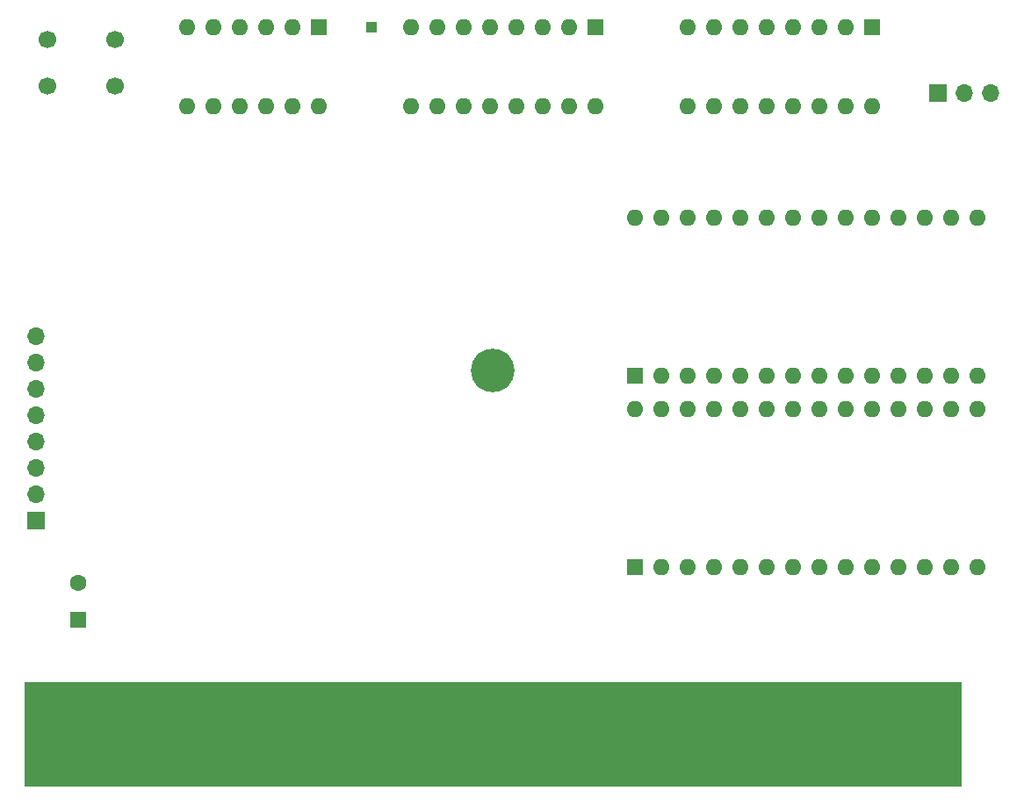
<source format=gbr>
%TF.GenerationSoftware,KiCad,Pcbnew,(5.1.10)-1*%
%TF.CreationDate,2022-08-23T18:53:09-04:00*%
%TF.ProjectId,VIC20HyperExpanderSMDRev2,56494332-3048-4797-9065-72457870616e,2*%
%TF.SameCoordinates,Original*%
%TF.FileFunction,Soldermask,Bot*%
%TF.FilePolarity,Negative*%
%FSLAX46Y46*%
G04 Gerber Fmt 4.6, Leading zero omitted, Abs format (unit mm)*
G04 Created by KiCad (PCBNEW (5.1.10)-1) date 2022-08-23 18:53:09*
%MOMM*%
%LPD*%
G01*
G04 APERTURE LIST*
%ADD10C,0.100000*%
%ADD11O,1.600000X1.600000*%
%ADD12R,1.600000X1.600000*%
%ADD13R,2.250000X9.500000*%
%ADD14C,4.200000*%
%ADD15C,1.600000*%
%ADD16R,1.700000X1.700000*%
%ADD17O,1.700000X1.700000*%
%ADD18R,1.000000X1.000000*%
%ADD19C,1.700000*%
G04 APERTURE END LIST*
D10*
%TO.C,X1*%
G36*
X92314000Y-123947000D02*
G01*
X182514000Y-123947000D01*
X182514000Y-113997000D01*
X92314000Y-113997000D01*
X92314000Y-123947000D01*
G37*
X92314000Y-123947000D02*
X182514000Y-123947000D01*
X182514000Y-113997000D01*
X92314000Y-113997000D01*
X92314000Y-123947000D01*
%TD*%
D11*
%TO.C,IC3*%
X151130000Y-87630000D03*
X184150000Y-102870000D03*
X153670000Y-87630000D03*
X181610000Y-102870000D03*
X156210000Y-87630000D03*
X179070000Y-102870000D03*
X158750000Y-87630000D03*
X176530000Y-102870000D03*
X161290000Y-87630000D03*
X173990000Y-102870000D03*
X163830000Y-87630000D03*
X171450000Y-102870000D03*
X166370000Y-87630000D03*
X168910000Y-102870000D03*
X168910000Y-87630000D03*
X166370000Y-102870000D03*
X171450000Y-87630000D03*
X163830000Y-102870000D03*
X173990000Y-87630000D03*
X161290000Y-102870000D03*
X176530000Y-87630000D03*
X158750000Y-102870000D03*
X179070000Y-87630000D03*
X156210000Y-102870000D03*
X181610000Y-87630000D03*
X153670000Y-102870000D03*
X184150000Y-87630000D03*
D12*
X151130000Y-102870000D03*
%TD*%
D11*
%TO.C,IC2*%
X151130000Y-69215000D03*
X184150000Y-84455000D03*
X153670000Y-69215000D03*
X181610000Y-84455000D03*
X156210000Y-69215000D03*
X179070000Y-84455000D03*
X158750000Y-69215000D03*
X176530000Y-84455000D03*
X161290000Y-69215000D03*
X173990000Y-84455000D03*
X163830000Y-69215000D03*
X171450000Y-84455000D03*
X166370000Y-69215000D03*
X168910000Y-84455000D03*
X168910000Y-69215000D03*
X166370000Y-84455000D03*
X171450000Y-69215000D03*
X163830000Y-84455000D03*
X173990000Y-69215000D03*
X161290000Y-84455000D03*
X176530000Y-69215000D03*
X158750000Y-84455000D03*
X179070000Y-69215000D03*
X156210000Y-84455000D03*
X181610000Y-69215000D03*
X153670000Y-84455000D03*
X184150000Y-69215000D03*
D12*
X151130000Y-84455000D03*
%TD*%
D13*
%TO.C,X1*%
X99794000Y-118697000D03*
X103754000Y-118697000D03*
X135434000Y-118697000D03*
X107714000Y-118697000D03*
X111674000Y-118697000D03*
X139394000Y-118697000D03*
X151274000Y-118697000D03*
X119594000Y-118697000D03*
X131474000Y-118697000D03*
X143354000Y-118697000D03*
X159194000Y-118697000D03*
X147314000Y-118697000D03*
X115634000Y-118697000D03*
X123554000Y-118697000D03*
X127514000Y-118697000D03*
X155234000Y-118697000D03*
X163154000Y-118697000D03*
X167114000Y-118697000D03*
X171074000Y-118697000D03*
X175034000Y-118697000D03*
D14*
X137414000Y-83947000D03*
%TD*%
D12*
%TO.C,C1*%
X97472500Y-107950000D03*
D15*
X97472500Y-104450000D03*
%TD*%
D16*
%TO.C,JP1*%
X180340000Y-57150000D03*
D17*
X182880000Y-57150000D03*
X185420000Y-57150000D03*
%TD*%
D11*
%TO.C,SW2*%
X147320000Y-58420000D03*
X129540000Y-50800000D03*
X144780000Y-58420000D03*
X132080000Y-50800000D03*
X142240000Y-58420000D03*
X134620000Y-50800000D03*
X139700000Y-58420000D03*
X137160000Y-50800000D03*
X137160000Y-58420000D03*
X139700000Y-50800000D03*
X134620000Y-58420000D03*
X142240000Y-50800000D03*
X132080000Y-58420000D03*
X144780000Y-50800000D03*
X129540000Y-58420000D03*
D12*
X147320000Y-50800000D03*
%TD*%
%TO.C,SW3*%
X173990000Y-50800000D03*
D11*
X156210000Y-58420000D03*
X171450000Y-50800000D03*
X158750000Y-58420000D03*
X168910000Y-50800000D03*
X161290000Y-58420000D03*
X166370000Y-50800000D03*
X163830000Y-58420000D03*
X163830000Y-50800000D03*
X166370000Y-58420000D03*
X161290000Y-50800000D03*
X168910000Y-58420000D03*
X158750000Y-50800000D03*
X171450000Y-58420000D03*
X156210000Y-50800000D03*
X173990000Y-58420000D03*
%TD*%
D12*
%TO.C,SW4*%
X120650000Y-50800000D03*
D11*
X107950000Y-58420000D03*
X118110000Y-50800000D03*
X110490000Y-58420000D03*
X115570000Y-50800000D03*
X113030000Y-58420000D03*
X113030000Y-50800000D03*
X115570000Y-58420000D03*
X110490000Y-50800000D03*
X118110000Y-58420000D03*
X107950000Y-50800000D03*
X120650000Y-58420000D03*
%TD*%
D18*
%TO.C,J2*%
X125730000Y-50800000D03*
%TD*%
D16*
%TO.C,J1*%
X93345000Y-98425000D03*
D17*
X93345000Y-95885000D03*
X93345000Y-93345000D03*
X93345000Y-90805000D03*
X93345000Y-88265000D03*
X93345000Y-85725000D03*
X93345000Y-83185000D03*
X93345000Y-80645000D03*
%TD*%
D19*
%TO.C,SW1*%
X94465000Y-52015000D03*
X100965000Y-52015000D03*
X94465000Y-56515000D03*
X100965000Y-56515000D03*
%TD*%
M02*

</source>
